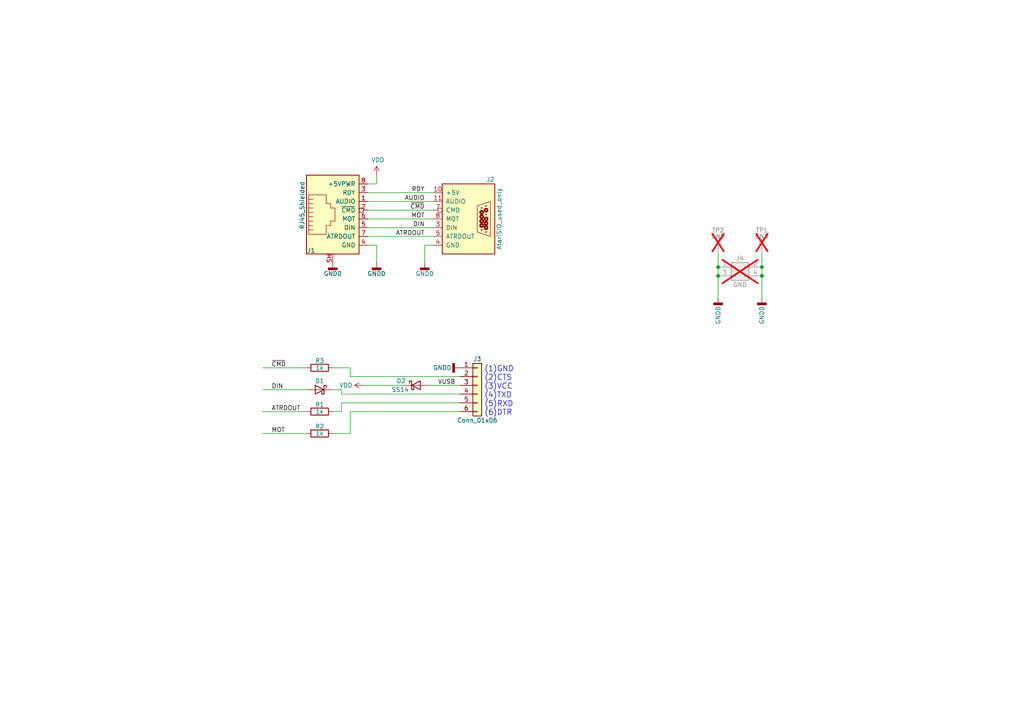
<source format=kicad_sch>
(kicad_sch (version 20250114) (generator "eeschema") (generator_version "9.0")
  (paper "A4")
  (title_block (date "2025-04-30") (rev "v1.0"))
  (lib_symbols
    (symbol "Atari:AtariSIO_used_only" (pin_names (offset 1.016))
      (property "Reference" "J" (at -6.35 11.43 0))
      (property "Value" "AtariSIO_used_only" (at -8.89 0 90))
      (symbol "AtariSIO_used_only_0_1"
        (circle (center -3.81 0.635) (radius 0.1778) (stroke (width 0.508)))
        (polyline (pts (xy -2.54 3.81) (xy -2.54 -3.81) (xy -6.35 -5.08) (xy -6.35 5.08) (xy -2.54 3.81)))
      )
      (symbol "AtariSIO_used_only_1_1"
        (rectangle (start -7.62 10.16) (end 7.62 -10.16) (stroke (width 0.254)) (fill (type background)))
        (circle (center -5.08 3.81) (radius 0.1778))
        (circle (center -5.08 2.54) (radius 0.1778) (stroke (width 0.508)))
        (circle (center -5.08 1.27) (radius 0.1778))
        (circle (center -5.08 0) (radius 0.1778) (stroke (width 0.508)))
        (circle (center -5.08 -1.27) (radius 0.1778) (stroke (width 0.508)))
        (circle (center -5.08 -2.54) (radius 0.1778) (stroke (width 0.508)))
        (circle (center -5.08 -3.81) (radius 0.1778))
        (circle (center -3.81 3.175) (radius 0.1778))
        (circle (center -3.81 1.905) (radius 0.1778) (stroke (width 0.508)))
        (circle (center -3.81 -0.635) (radius 0.1778) (stroke (width 0.508)))
        (circle (center -3.81 -1.905) (radius 0.1778) (stroke (width 0.508)))
        (circle (center -3.81 -3.175) (radius 0.1778))
        (pin passive line (at 10.16 7.62 180) (length 2.54) (name "+5V") (number "10"))
        (pin passive line (at 10.16 5.08 180) (length 2.54) (name "AUDIO") (number "11"))
        (pin output inverted (at 10.16 2.54 180) (length 2.54) (name "CMD") (number "7"))
        (pin output line (at 10.16 0 180) (length 2.54) (name "MOT") (number "8"))
        (pin open_collector line (at 10.16 -2.54 180) (length 2.54) (name "DIN") (number "3"))
        (pin output line (at 10.16 -5.08 180) (length 2.54) (name "ATRDOUT") (number "5"))
        (pin passive line (at 10.16 -7.62 180) (length 2.54) (name "GND") (number "4"))
        (pin passive line (at 10.16 -7.62 180) (length 2.54) (hide yes) (name "GND") (number "6"))
      )
    )
    (symbol "Atari:SIO_RJ45_Shielded" (pin_names (offset 1.016))
      (property "Reference" "J" (at -6.35 11.43 0))
      (property "Value" "SIO_RJ45_Shielded" (at -9.144 -1.016 90))
      (symbol "SIO_RJ45_Shielded_0_1"
        (rectangle (start -7.62 10.16) (end 7.62 -12.7) (stroke (width 0.254)) (fill (type background)))
        (polyline (pts (xy -6.985 -0.635) (xy -5.715 -0.635) (xy -5.715 -0.635)))
        (polyline (pts (xy -6.985 -1.905) (xy -5.715 -1.905) (xy -5.715 -1.905)))
        (polyline (pts (xy -6.985 -3.175) (xy -5.715 -3.175) (xy -5.715 -3.175)))
        (polyline (pts (xy -6.985 -4.445) (xy -5.715 -4.445) (xy -5.715 -4.445)))
        (polyline (pts (xy -6.985 -5.715) (xy -5.715 -5.715) (xy -5.715 -5.715)))
        (polyline (pts (xy -6.985 -6.985) (xy -6.985 4.445) (xy -1.905 4.445) (xy -1.905 1.905) (xy -0.635 1.905) (xy -0.635 0.635) (xy 0.635 0.635) (xy 0.635 -3.175) (xy -0.635 -3.175) (xy -0.635 -4.445) (xy -1.905 -4.445) (xy -1.905 -6.985) (xy -6.985 -6.985) (xy -6.985 -6.985)) (fill (type background)))
        (polyline (pts (xy -5.715 3.175) (xy -6.985 3.175)))
        (polyline (pts (xy -5.715 1.905) (xy -6.985 1.905)))
        (polyline (pts (xy -5.715 0.635) (xy -6.985 0.635) (xy -6.985 0.635)))
      )
      (symbol "SIO_RJ45_Shielded_1_1"
        (pin passive line (at 0 -15.24 90) (length 2.54) (name "") (number "SH"))
        (pin passive line (at 10.16 7.62 180) (length 2.54) (name "+5VPWR") (number "8"))
        (pin passive line (at 10.16 5.08 180) (length 2.54) (name "RDY") (number "3"))
        (pin passive line (at 10.16 2.54 180) (length 2.54) (name "AUDIO") (number "1"))
        (pin passive inverted (at 10.16 0 180) (length 2.54) (name "~{CMD}") (number "2"))
        (pin passive line (at 10.16 -2.54 180) (length 2.54) (name "MOT") (number "6"))
        (pin open_collector line (at 10.16 -5.08 180) (length 2.54) (name "DIN") (number "5"))
        (pin passive line (at 10.16 -7.62 180) (length 2.54) (name "ATRDOUT") (number "7"))
        (pin passive line (at 10.16 -10.16 180) (length 2.54) (name "GND") (number "4"))
      )
    )
    (symbol "Connector:TestPoint" (pin_numbers (hide yes)) (pin_names (offset 0.762) (hide yes))
      (property "Reference" "TP" (at 0 6.858 0))
      (property "Value" "TestPoint" (at 0 5.08 0))
      (symbol "TestPoint_0_1"
        (circle (center 0 3.302) (radius 0.762))
      )
      (symbol "TestPoint_1_1"
        (pin passive line (at 0 0 90) (length 2.54) (name "1") (number "1"))
      )
    )
    (symbol "Connector_Generic:Conn_01x06" (pin_names (offset 1.016) (hide yes))
      (property "Reference" "J" (at 0 7.62 0))
      (property "Value" "Conn_01x06" (at 0 -10.16 0))
      (symbol "Conn_01x06_1_1"
        (rectangle (start -1.27 6.35) (end 1.27 -8.89) (stroke (width 0.254)) (fill (type background)))
        (rectangle (start -1.27 5.207) (end 0 4.953) (stroke (width 0.1524)))
        (rectangle (start -1.27 2.667) (end 0 2.413) (stroke (width 0.1524)))
        (rectangle (start -1.27 0.127) (end 0 -0.127) (stroke (width 0.1524)))
        (rectangle (start -1.27 -2.413) (end 0 -2.667) (stroke (width 0.1524)))
        (rectangle (start -1.27 -4.953) (end 0 -5.207) (stroke (width 0.1524)))
        (rectangle (start -1.27 -7.493) (end 0 -7.747) (stroke (width 0.1524)))
        (pin passive line (at -5.08 5.08 0) (length 3.81) (name "Pin_1") (number "1"))
        (pin passive line (at -5.08 2.54 0) (length 3.81) (name "Pin_2") (number "2"))
        (pin passive line (at -5.08 0 0) (length 3.81) (name "Pin_3") (number "3"))
        (pin passive line (at -5.08 -2.54 0) (length 3.81) (name "Pin_4") (number "4"))
        (pin passive line (at -5.08 -5.08 0) (length 3.81) (name "Pin_5") (number "5"))
        (pin passive line (at -5.08 -7.62 0) (length 3.81) (name "Pin_6") (number "6"))
      )
    )
    (symbol "Connector_Generic:Conn_02x02_Odd_Even" (pin_names (offset 1.016) (hide yes))
      (property "Reference" "J" (at 1.27 2.54 0))
      (property "Value" "Conn_02x02_Odd_Even" (at 1.27 -5.08 0))
      (symbol "Conn_02x02_Odd_Even_1_1"
        (rectangle (start -1.27 1.27) (end 3.81 -3.81) (stroke (width 0.254)) (fill (type background)))
        (rectangle (start -1.27 0.127) (end 0 -0.127) (stroke (width 0.1524)))
        (rectangle (start -1.27 -2.413) (end 0 -2.667) (stroke (width 0.1524)))
        (rectangle (start 3.81 0.127) (end 2.54 -0.127) (stroke (width 0.1524)))
        (rectangle (start 3.81 -2.413) (end 2.54 -2.667) (stroke (width 0.1524)))
        (pin passive line (at -5.08 0 0) (length 3.81) (name "Pin_1") (number "1"))
        (pin passive line (at -5.08 -2.54 0) (length 3.81) (name "Pin_3") (number "3"))
        (pin passive line (at 7.62 0 180) (length 3.81) (name "Pin_2") (number "2"))
        (pin passive line (at 7.62 -2.54 180) (length 3.81) (name "Pin_4") (number "4"))
      )
    )
    (symbol "Device:D_Schottky" (pin_numbers (hide yes)) (pin_names (offset 1.016) (hide yes))
      (property "Reference" "D" (at 0 2.54 0))
      (property "Value" "D_Schottky" (at 0 -2.54 0))
      (symbol "D_Schottky_0_1"
        (polyline (pts (xy -1.905 0.635) (xy -1.905 1.27) (xy -1.27 1.27) (xy -1.27 -1.27) (xy -0.635 -1.27) (xy -0.635 -0.635)) (stroke (width 0.254)))
        (polyline (pts (xy 1.27 1.27) (xy 1.27 -1.27) (xy -1.27 0) (xy 1.27 1.27)) (stroke (width 0.254)))
        (polyline (pts (xy 1.27 0) (xy -1.27 0)))
      )
      (symbol "D_Schottky_1_1"
        (pin passive line (at -3.81 0 0) (length 2.54) (name "K") (number "1"))
        (pin passive line (at 3.81 0 180) (length 2.54) (name "A") (number "2"))
      )
    )
    (symbol "Device:R" (pin_numbers (hide yes)) (pin_names (offset 0))
      (property "Reference" "R" (at 2.032 0 90))
      (property "Value" "R" (at 0 0 90))
      (symbol "R_0_1"
        (rectangle (start -1.016 -2.54) (end 1.016 2.54) (stroke (width 0.254)))
      )
      (symbol "R_1_1"
        (pin passive line (at 0 3.81 270) (length 1.27) (name "~") (number "1"))
        (pin passive line (at 0 -3.81 90) (length 1.27) (name "~") (number "2"))
      )
    )
    (symbol "Diode:SS14" (pin_numbers (hide yes)) (pin_names (offset 1.016) (hide yes))
      (property "Reference" "D" (at 0 2.54 0))
      (property "Value" "SS14" (at 0 -2.54 0))
      (symbol "SS14_0_1"
        (polyline (pts (xy -1.905 0.635) (xy -1.905 1.27) (xy -1.27 1.27) (xy -1.27 -1.27) (xy -0.635 -1.27) (xy -0.635 -0.635)) (stroke (width 0.254)))
        (polyline (pts (xy 1.27 1.27) (xy 1.27 -1.27) (xy -1.27 0) (xy 1.27 1.27)) (stroke (width 0.254)))
        (polyline (pts (xy 1.27 0) (xy -1.27 0)))
      )
      (symbol "SS14_1_1"
        (pin passive line (at -3.81 0 0) (length 2.54) (name "K") (number "1"))
        (pin passive line (at 3.81 0 180) (length 2.54) (name "A") (number "2"))
      )
    )
    (symbol "power:GNDD" (power) (pin_numbers (hide yes)) (pin_names (offset 0) (hide yes))
      (property "Value" "GNDD" (at 0 -3.175 0))
      (symbol "GNDD_0_1"
        (rectangle (start -1.27 -1.524) (end 1.27 -2.032) (stroke (width 0.254)) (fill (type outline)))
        (polyline (pts (xy 0 0) (xy 0 -1.524)))
      )
      (symbol "GNDD_1_1"
        (pin power_in line (at 0 0 270) (length 0) (name "~") (number "1"))
      )
    )
    (symbol "power:VDD" (power) (pin_numbers (hide yes)) (pin_names (offset 0) (hide yes))
      (property "Value" "VDD" (at 0 3.556 0))
      (symbol "VDD_0_1"
        (polyline (pts (xy -0.762 1.27) (xy 0 2.54)))
        (polyline (pts (xy 0 2.54) (xy 0.762 1.27)))
        (polyline (pts (xy 0 0) (xy 0 2.54)))
      )
      (symbol "VDD_1_1"
        (pin power_in line (at 0 0 90) (length 0) (name "~") (number "1"))
      )
    )
  )
  (text "(1)GND\n(2)CTS\n(3)VCC\n(4)TXD\n(5)RXD\n(6)DTR" (at 140.462 106.172 0) (effects (font (size 1.5748 1.5748)) (justify left top)))
  (junction (at 220.98 77.47))
  (junction (at 220.98 80.01))
  (junction (at 208.28 80.01))
  (junction (at 208.28 77.47))
  (wire (pts (xy 106.68 63.5) (xy 125.73 63.5)))
  (wire (pts (xy 76.2 106.68) (xy 88.9 106.68)))
  (wire (pts (xy 99.06 119.38) (xy 99.06 116.84)))
  (wire (pts (xy 99.06 119.38) (xy 96.52 119.38)))
  (wire (pts (xy 123.19 71.12) (xy 123.19 76.2)))
  (wire (pts (xy 208.28 73.66) (xy 208.28 77.47)))
  (wire (pts (xy 99.06 114.3) (xy 133.35 114.3)))
  (wire (pts (xy 105.41 111.76) (xy 116.84 111.76)))
  (wire (pts (xy 96.52 125.73) (xy 101.6 125.73)))
  (wire (pts (xy 101.6 109.22) (xy 133.35 109.22)))
  (wire (pts (xy 208.28 77.47) (xy 208.28 80.01)))
  (wire (pts (xy 109.22 53.34) (xy 109.22 50.8)))
  (wire (pts (xy 106.68 66.04) (xy 125.73 66.04)))
  (wire (pts (xy 106.68 58.42) (xy 125.73 58.42)))
  (wire (pts (xy 76.2 113.03) (xy 88.9 113.03)))
  (wire (pts (xy 76.2 125.73) (xy 88.9 125.73)))
  (wire (pts (xy 109.22 71.12) (xy 109.22 76.2)))
  (wire (pts (xy 96.52 113.03) (xy 99.06 113.03)))
  (wire (pts (xy 125.73 71.12) (xy 123.19 71.12)))
  (wire (pts (xy 106.68 60.96) (xy 125.73 60.96)))
  (wire (pts (xy 101.6 119.38) (xy 133.35 119.38)))
  (wire (pts (xy 106.68 53.34) (xy 109.22 53.34)))
  (wire (pts (xy 106.68 55.88) (xy 125.73 55.88)))
  (wire (pts (xy 101.6 109.22) (xy 101.6 106.68)))
  (wire (pts (xy 220.98 80.01) (xy 220.98 86.36)))
  (wire (pts (xy 220.98 77.47) (xy 220.98 80.01)))
  (wire (pts (xy 220.98 73.66) (xy 220.98 77.47)))
  (wire (pts (xy 101.6 106.68) (xy 96.52 106.68)))
  (wire (pts (xy 99.06 113.03) (xy 99.06 114.3)))
  (wire (pts (xy 101.6 125.73) (xy 101.6 119.38)))
  (wire (pts (xy 99.06 116.84) (xy 133.35 116.84)))
  (wire (pts (xy 106.68 68.58) (xy 125.73 68.58)))
  (wire (pts (xy 76.2 119.38) (xy 88.9 119.38)))
  (wire (pts (xy 106.68 71.12) (xy 109.22 71.12)))
  (wire (pts (xy 208.28 80.01) (xy 208.28 86.36)))
  (wire (pts (xy 124.46 111.76) (xy 133.35 111.76)))
  (label "DIN" (at 123.19 66.04 180))
  (label "~{CMD}" (at 123.19 60.96 180))
  (label "ATRDOUT" (at 78.74 119.38 0))
  (label "MOT" (at 123.19 63.5 180))
  (label "MOT" (at 78.74 125.73 0))
  (label "AUDIO" (at 123.19 58.42 180))
  (label "DIN" (at 78.74 113.03 0))
  (label "RDY" (at 123.19 55.88 180))
  (label "~{CMD}" (at 78.74 106.68 0))
  (label "ATRDOUT" (at 123.19 68.58 180))
  (label "VUSB" (at 132.08 111.76 180))
  (symbol (lib_id "power:VDD") (at 109.22 50.8 0) (unit 1)
    (property "Reference" "#PWR0108" (effects (hide yes)))
    (property "Value" "VDD" (at 109.601 46.4058 0))
  )
  (symbol (lib_id "power:VDD") (at 105.41 111.76 90) (unit 1)
    (property "Reference" "#PWR0109" (effects (hide yes)))
    (property "Value" "VDD" (at 100.33 111.76 90))
  )
  (symbol (lib_id "power:GNDD") (at 96.52 76.2 0) (unit 1)
    (property "Reference" "#PWR04" (effects (hide yes)))
    (property "Value" "GNDD" (at 96.52 79.375 0))
    (property "Description" "Power symbol creates a global label with name \"GNDD\" , digital ground" (effects (hide yes)))
  )
  (symbol (lib_id "Device:D_Schottky") (at 92.71 113.03 0) (mirror y) (unit 1)
    (property "Reference" "D1" (at 92.71 110.49 0))
    (property "Value" "D_Schottky" (effects (hide yes)))
    (property "Footprint" "Diode_THT:D_A-405_P10.16mm_Horizontal" (effects (hide yes)))
    (property "Description" "Schottky diode" (effects (hide yes)))
  )
  (symbol (lib_id "Atari:AtariSIO_used_only") (at 135.89 63.5 0) (mirror y) (unit 1)
    (property "Reference" "J2" (at 142.24 52.07 0))
    (property "Value" "AtariSIO_used_only" (at 144.78 63.5 90))
    (property "Footprint" "Atari:SIO_vertical_used_only" (effects (hide yes)))
    (property "Datasheet" "https://www.atarimax.com/jindroush.atari.org/asio.html" (effects (hide yes)))
    (property "Description" "SIO connector with 8 pins" (effects (hide yes)))
  )
  (symbol (lib_id "power:GNDD") (at 220.98 86.36 0) (unit 1)
    (property "Reference" "#PWR07" (effects (hide yes)))
    (property "Value" "GNDD" (at 220.98 91.44 90))
    (property "Description" "Power symbol creates a global label with name \"GNDD\" , digital ground" (effects (hide yes)))
  )
  (symbol (lib_id "Connector:TestPoint") (at 220.98 73.66 0) (unit 1) (dnp yes)
    (property "Reference" "TP1" (at 220.98 66.802 0))
    (property "Value" "GND" (at 220.98 68.58 0))
    (property "Footprint" "TestPoint:TestPoint_Loop_D2.60mm_Drill1.6mm_Beaded" (effects (hide yes)))
    (property "Description" "test point" (effects (hide yes)))
  )
  (symbol (lib_id "Connector_Generic:Conn_01x06") (at 138.43 111.76 0) (unit 1)
    (property "Reference" "J3" (at 138.43 104.14 0))
    (property "Value" "Conn_01x06" (at 138.43 121.92 0))
    (property "Footprint" "Connector_PinHeader_2.54mm:PinHeader_1x06_P2.54mm_Vertical" (effects (hide yes)))
    (property "Description" "Generic connector, single row, 01x06, script generated (kicad-library-utils/schlib/autogen/connector/)" (effects (hide yes)))
  )
  (symbol (lib_id "Device:R") (at 92.71 125.73 90) (unit 1)
    (property "Reference" "R2" (at 92.71 123.698 90))
    (property "Value" "1k" (at 92.71 125.73 90))
    (property "Footprint" "Resistor_SMD:R_0805_2012Metric_Pad1.20x1.40mm_HandSolder" (effects (hide yes)))
    (property "Description" "Resistor" (effects (hide yes)))
  )
  (symbol (lib_id "Connector_Generic:Conn_02x02_Odd_Even") (at 213.36 77.47 0) (unit 1) (dnp yes)
    (property "Reference" "J4" (at 214.63 74.93 0))
    (property "Value" "GND" (at 214.63 82.55 0))
    (property "Footprint" "Connector_PinHeader_2.54mm:PinHeader_2x02_P2.54mm_Vertical" (effects (hide yes)))
    (property "Description" "Generic connector, double row, 02x02, odd/even pin numbering scheme (row 1 odd numbers, row 2 even numbers), script generated (kicad-library-utils/schlib/autogen/connector/)" (effects (hide yes)))
  )
  (symbol (lib_id "power:GNDD") (at 133.35 106.68 270) (unit 1)
    (property "Reference" "#PWR05" (effects (hide yes)))
    (property "Value" "GNDD" (at 128.27 106.68 90))
    (property "Description" "Power symbol creates a global label with name \"GNDD\" , digital ground" (effects (hide yes)))
  )
  (symbol (lib_id "power:GNDD") (at 109.22 76.2 0) (unit 1)
    (property "Reference" "#PWR02" (effects (hide yes)))
    (property "Value" "GNDD" (at 109.22 79.375 0))
    (property "Description" "Power symbol creates a global label with name \"GNDD\" , digital ground" (effects (hide yes)))
  )
  (symbol (lib_id "Device:R") (at 92.71 119.38 90) (unit 1)
    (property "Reference" "R1" (at 92.71 117.348 90))
    (property "Value" "1k" (at 92.71 119.38 90))
    (property "Footprint" "Resistor_SMD:R_0805_2012Metric_Pad1.20x1.40mm_HandSolder" (effects (hide yes)))
    (property "Description" "Resistor" (effects (hide yes)))
  )
  (symbol (lib_id "Atari:SIO_RJ45_Shielded") (at 96.52 60.96 0) (unit 1)
    (property "Reference" "J1" (at 91.44 72.644 0) (effects (justify right)))
    (property "Value" "RJ45_Shielded" (at 87.63 66.548 90) (effects (justify left)))
    (property "Footprint" "Connector_RJ:RJ45_Ninigi_GE" (effects (hide yes)))
    (property "Description" "RJ connector, 8P8C (8 positions 8 connected), RJ31/RJ32/RJ33/RJ34/RJ35/RJ41/RJ45/RJ49/RJ61" (effects (hide yes)))
  )
  (symbol (lib_id "power:GNDD") (at 208.28 86.36 0) (unit 1)
    (property "Reference" "#PWR06" (effects (hide yes)))
    (property "Value" "GNDD" (at 208.28 91.44 90))
    (property "Description" "Power symbol creates a global label with name \"GNDD\" , digital ground" (effects (hide yes)))
  )
  (symbol (lib_id "power:GNDD") (at 123.19 76.2 0) (unit 1)
    (property "Reference" "#PWR03" (effects (hide yes)))
    (property "Value" "GNDD" (at 123.19 79.375 0))
    (property "Description" "Power symbol creates a global label with name \"GNDD\" , digital ground" (effects (hide yes)))
  )
  (symbol (lib_id "Device:R") (at 92.71 106.68 90) (unit 1)
    (property "Reference" "R3" (at 92.71 104.648 90))
    (property "Value" "1k" (at 92.71 106.68 90))
    (property "Footprint" "Resistor_SMD:R_0805_2012Metric_Pad1.20x1.40mm_HandSolder" (effects (hide yes)))
    (property "Description" "Resistor" (effects (hide yes)))
  )
  (symbol (lib_id "Diode:SS14") (at 120.65 111.76 0) (unit 1)
    (property "Reference" "D2" (at 116.332 110.49 0))
    (property "Value" "SS14" (at 116.078 113.03 0))
    (property "Footprint" "Diode_SMD:D_SMA" (effects (hide yes)))
    (property "Datasheet" "https://www.vishay.com/docs/88746/ss12.pdf" (effects (hide yes)))
    (property "Description" "40V 1A Schottky Diode, SMA" (effects (hide yes)))
    (property "LomexID" "83-02-47" (effects (hide yes)))
  )
  (symbol (lib_id "Connector:TestPoint") (at 208.28 73.66 0) (unit 1) (dnp yes)
    (property "Reference" "TP2" (at 208.28 66.802 0))
    (property "Value" "GND" (at 208.28 68.58 0))
    (property "Footprint" "TestPoint:TestPoint_Loop_D2.60mm_Drill1.6mm_Beaded" (effects (hide yes)))
    (property "Description" "test point" (effects (hide yes)))
  )
)
</source>
